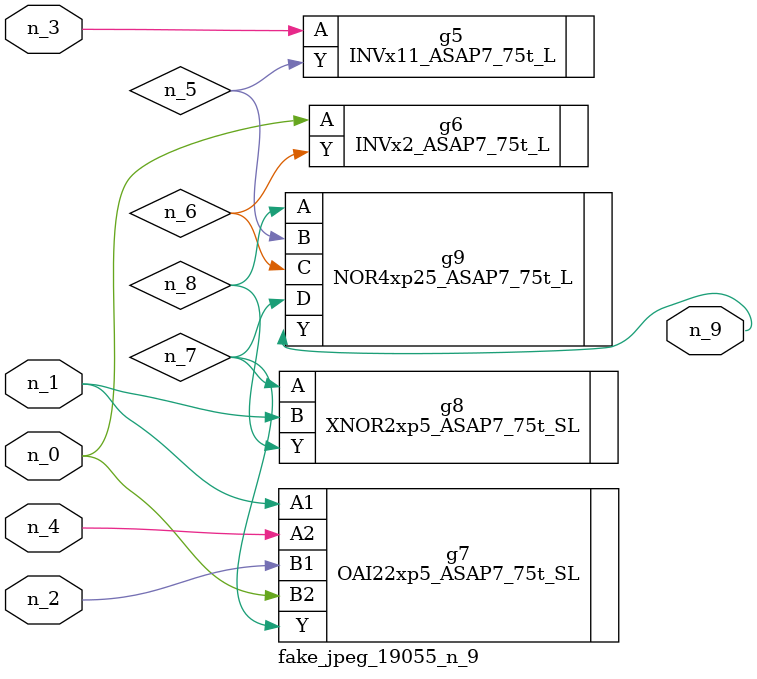
<source format=v>
module fake_jpeg_19055_n_9 (n_3, n_2, n_1, n_0, n_4, n_9);

input n_3;
input n_2;
input n_1;
input n_0;
input n_4;

output n_9;

wire n_8;
wire n_6;
wire n_5;
wire n_7;

INVx11_ASAP7_75t_L g5 ( 
.A(n_3),
.Y(n_5)
);

INVx2_ASAP7_75t_L g6 ( 
.A(n_0),
.Y(n_6)
);

OAI22xp5_ASAP7_75t_SL g7 ( 
.A1(n_1),
.A2(n_4),
.B1(n_2),
.B2(n_0),
.Y(n_7)
);

XNOR2xp5_ASAP7_75t_SL g8 ( 
.A(n_7),
.B(n_1),
.Y(n_8)
);

NOR4xp25_ASAP7_75t_L g9 ( 
.A(n_8),
.B(n_5),
.C(n_6),
.D(n_7),
.Y(n_9)
);


endmodule
</source>
